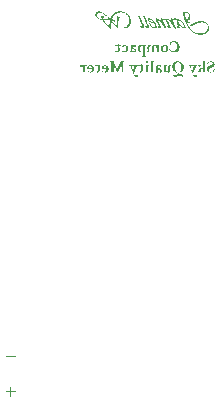
<source format=gbo>
%TF.GenerationSoftware,KiCad,Pcbnew,8.0.8*%
%TF.CreationDate,2025-01-23T20:15:16-05:00*%
%TF.ProjectId,compact_sqm,636f6d70-6163-4745-9f73-716d2e6b6963,rev?*%
%TF.SameCoordinates,Original*%
%TF.FileFunction,Legend,Bot*%
%TF.FilePolarity,Positive*%
%FSLAX46Y46*%
G04 Gerber Fmt 4.6, Leading zero omitted, Abs format (unit mm)*
G04 Created by KiCad (PCBNEW 8.0.8) date 2025-01-23 20:15:16*
%MOMM*%
%LPD*%
G01*
G04 APERTURE LIST*
%ADD10C,0.100000*%
%ADD11C,0.254000*%
%ADD12C,0.300000*%
G04 APERTURE END LIST*
D10*
X128491409Y-117042666D02*
X127729505Y-117042666D01*
X128466009Y-119989066D02*
X127704105Y-119989066D01*
X128085057Y-120370019D02*
X128085057Y-119608114D01*
D11*
G36*
X141683219Y-90413609D02*
G01*
X141652449Y-90381101D01*
X141621182Y-90359264D01*
X141603067Y-90366212D01*
X141596119Y-90408646D01*
X141582222Y-90622056D01*
X141580733Y-90649600D01*
X141603067Y-90676897D01*
X141626641Y-90653074D01*
X141648960Y-90603944D01*
X141676713Y-90556866D01*
X141707480Y-90512746D01*
X141729624Y-90484084D01*
X141763949Y-90447824D01*
X141807744Y-90417290D01*
X141856409Y-90398388D01*
X141909943Y-90391118D01*
X141916977Y-90391027D01*
X141966758Y-90395777D01*
X142015415Y-90411974D01*
X142057679Y-90439665D01*
X142093786Y-90477384D01*
X142121470Y-90519105D01*
X142144259Y-90567901D01*
X142146269Y-90573170D01*
X142161623Y-90623418D01*
X142171053Y-90672533D01*
X142176512Y-90725835D01*
X142178032Y-90775909D01*
X142175869Y-90837086D01*
X142169381Y-90894217D01*
X142158566Y-90947300D01*
X142143427Y-90996337D01*
X142119549Y-91049838D01*
X142089442Y-91097512D01*
X142054694Y-91138076D01*
X142016893Y-91170248D01*
X141968932Y-91197174D01*
X141916816Y-91212677D01*
X141868836Y-91216873D01*
X141816064Y-91210897D01*
X141764950Y-91192969D01*
X141715494Y-91163089D01*
X141675546Y-91129059D01*
X141636749Y-91086729D01*
X141606541Y-91046890D01*
X141578500Y-91026293D01*
X141556166Y-91048627D01*
X141574309Y-91095138D01*
X141608126Y-91137895D01*
X141646451Y-91177121D01*
X141666097Y-91195532D01*
X141709275Y-91229771D01*
X141756362Y-91256926D01*
X141807357Y-91276997D01*
X141862260Y-91289984D01*
X141921072Y-91295888D01*
X141941544Y-91296281D01*
X141994885Y-91294172D01*
X142045349Y-91287844D01*
X142104383Y-91274002D01*
X142158922Y-91253568D01*
X142208965Y-91226543D01*
X142254513Y-91192926D01*
X142287715Y-91161287D01*
X142324317Y-91117509D01*
X142354715Y-91070702D01*
X142378910Y-91020866D01*
X142396901Y-90968001D01*
X142408688Y-90912106D01*
X142414272Y-90853183D01*
X142414768Y-90828765D01*
X142411642Y-90768692D01*
X142402263Y-90711150D01*
X142386633Y-90656142D01*
X142364750Y-90603665D01*
X142336615Y-90553721D01*
X142302228Y-90506310D01*
X142286722Y-90488054D01*
X142245060Y-90446376D01*
X142200102Y-90411762D01*
X142151848Y-90384213D01*
X142100299Y-90363727D01*
X142045454Y-90350305D01*
X141987313Y-90343947D01*
X141963133Y-90343382D01*
X141911406Y-90345851D01*
X141859329Y-90353258D01*
X141806903Y-90365602D01*
X141754129Y-90382885D01*
X141701005Y-90405105D01*
X141683219Y-90413609D01*
G37*
G36*
X141170811Y-90662411D02*
G01*
X141227608Y-90671571D01*
X141280368Y-90689281D01*
X141329090Y-90715541D01*
X141373775Y-90750350D01*
X141401799Y-90779534D01*
X141433052Y-90824911D01*
X141454996Y-90875560D01*
X141467631Y-90931482D01*
X141471051Y-90983611D01*
X141469612Y-91018271D01*
X141460172Y-91074652D01*
X141441921Y-91125595D01*
X141414859Y-91171100D01*
X141378987Y-91211165D01*
X141355234Y-91231114D01*
X141310420Y-91259625D01*
X141261474Y-91279989D01*
X141208395Y-91292208D01*
X141151184Y-91296281D01*
X141097816Y-91292713D01*
X141048078Y-91282009D01*
X140994636Y-91260501D01*
X140946134Y-91229279D01*
X140908493Y-91194787D01*
X140886043Y-91168898D01*
X140853958Y-91121409D01*
X140831041Y-91071142D01*
X140817290Y-91018095D01*
X140816680Y-91010660D01*
X141005520Y-91010660D01*
X141005651Y-91023867D01*
X141009478Y-91079293D01*
X141019947Y-91133188D01*
X141039020Y-91183124D01*
X141050289Y-91201997D01*
X141087072Y-91236097D01*
X141138777Y-91248636D01*
X141178282Y-91240639D01*
X141218203Y-91209931D01*
X141245233Y-91166746D01*
X141247615Y-91161568D01*
X141265648Y-91110927D01*
X141276535Y-91059816D01*
X141282093Y-91010386D01*
X141283945Y-90956563D01*
X141283410Y-90927979D01*
X141279129Y-90875743D01*
X141269197Y-90824838D01*
X141249700Y-90773924D01*
X141240693Y-90758628D01*
X141202145Y-90721152D01*
X141152673Y-90708660D01*
X141104086Y-90721781D01*
X141067702Y-90756862D01*
X141043735Y-90801965D01*
X141027016Y-90849998D01*
X141015074Y-90900791D01*
X141007908Y-90954345D01*
X141005520Y-91010660D01*
X140816680Y-91010660D01*
X140812707Y-90962270D01*
X140814130Y-90929840D01*
X140823468Y-90876745D01*
X140841522Y-90828304D01*
X140868292Y-90784518D01*
X140903778Y-90745387D01*
X140933474Y-90721080D01*
X140979200Y-90693973D01*
X141029772Y-90674940D01*
X141085188Y-90663981D01*
X141136543Y-90661015D01*
X141170811Y-90662411D01*
G37*
G36*
X140466288Y-90770450D02*
G01*
X140428403Y-90733076D01*
X140387124Y-90701487D01*
X140364795Y-90688312D01*
X140316256Y-90668719D01*
X140266954Y-90661122D01*
X140260323Y-90661015D01*
X140209107Y-90667748D01*
X140180915Y-90676649D01*
X140137054Y-90702518D01*
X140098585Y-90738977D01*
X140089347Y-90749357D01*
X140048008Y-90717113D01*
X140002574Y-90690542D01*
X139986117Y-90683101D01*
X139935732Y-90667248D01*
X139884147Y-90661102D01*
X139877178Y-90661015D01*
X139827342Y-90665157D01*
X139777414Y-90681468D01*
X139736725Y-90713375D01*
X139709960Y-90760543D01*
X139697092Y-90810779D01*
X139692845Y-90864487D01*
X139692802Y-90870951D01*
X139696277Y-91110416D01*
X139695511Y-91160575D01*
X139691277Y-91211601D01*
X139686599Y-91227047D01*
X139641298Y-91247350D01*
X139633494Y-91248636D01*
X139609176Y-91263525D01*
X139637713Y-91280400D01*
X139651858Y-91280400D01*
X139705096Y-91280400D01*
X139758103Y-91280400D01*
X139779407Y-91280400D01*
X139829622Y-91280400D01*
X139870230Y-91280400D01*
X139907701Y-91280400D01*
X139942690Y-91264766D01*
X139919612Y-91248636D01*
X139871563Y-91235497D01*
X139870975Y-91234988D01*
X139858327Y-91184125D01*
X139857078Y-91170965D01*
X139854054Y-91118376D01*
X139852702Y-91064874D01*
X139852193Y-91014929D01*
X139852115Y-90983115D01*
X139852518Y-90927328D01*
X139853936Y-90875949D01*
X139857414Y-90826193D01*
X139858567Y-90817102D01*
X139872623Y-90769197D01*
X139887104Y-90748364D01*
X139932742Y-90725123D01*
X139942938Y-90724542D01*
X139992386Y-90737484D01*
X140003983Y-90744146D01*
X140043436Y-90776599D01*
X140067758Y-90803702D01*
X140076170Y-90856211D01*
X140081736Y-90908590D01*
X140085784Y-90967774D01*
X140087998Y-91022292D01*
X140089158Y-91081535D01*
X140089347Y-91119350D01*
X140087881Y-91171280D01*
X140079157Y-91221216D01*
X140076940Y-91225310D01*
X140030284Y-91247186D01*
X140019617Y-91248636D01*
X139993065Y-91263029D01*
X140026565Y-91280400D01*
X140077334Y-91280400D01*
X140080166Y-91280400D01*
X140131598Y-91280400D01*
X140170244Y-91280400D01*
X140223187Y-91280400D01*
X140273833Y-91280400D01*
X140277694Y-91280400D01*
X140302012Y-91280400D01*
X140332783Y-91264518D01*
X140302757Y-91248636D01*
X140259672Y-91222348D01*
X140252630Y-91203721D01*
X140246697Y-91149594D01*
X140244498Y-91099035D01*
X140243226Y-91045561D01*
X140242575Y-90995357D01*
X140242249Y-90938553D01*
X140242208Y-90907677D01*
X140243641Y-90854175D01*
X140249284Y-90802698D01*
X140260323Y-90763998D01*
X140296139Y-90728395D01*
X140319631Y-90724542D01*
X140368823Y-90735290D01*
X140409570Y-90767534D01*
X140432043Y-90800972D01*
X140450065Y-90848043D01*
X140461611Y-90903963D01*
X140468369Y-90962839D01*
X140471788Y-91019619D01*
X140473076Y-91070095D01*
X140473236Y-91097016D01*
X140472216Y-91148743D01*
X140467137Y-91201074D01*
X140460333Y-91223325D01*
X140416073Y-91248276D01*
X140411695Y-91248636D01*
X140385143Y-91262781D01*
X140413680Y-91280400D01*
X140433284Y-91280400D01*
X140486416Y-91280400D01*
X140536395Y-91280400D01*
X140557608Y-91280400D01*
X140611243Y-91280400D01*
X140661204Y-91280400D01*
X140678457Y-91280400D01*
X140703520Y-91280400D01*
X140726598Y-91264518D01*
X140700791Y-91248636D01*
X140652099Y-91236558D01*
X140649175Y-91233499D01*
X140636847Y-91184862D01*
X140634534Y-91161039D01*
X140631709Y-91107720D01*
X140630391Y-91053398D01*
X140629746Y-90995129D01*
X140629571Y-90937207D01*
X140629726Y-90885662D01*
X140630378Y-90832860D01*
X140632407Y-90780843D01*
X140632797Y-90776405D01*
X140652053Y-90730121D01*
X140655627Y-90726775D01*
X140704041Y-90708946D01*
X140710469Y-90708660D01*
X140739006Y-90693027D01*
X140710469Y-90676897D01*
X140657644Y-90673093D01*
X140605528Y-90668393D01*
X140601034Y-90667963D01*
X140549260Y-90663729D01*
X140499393Y-90661348D01*
X140475222Y-90661015D01*
X140467321Y-90712013D01*
X140467033Y-90728760D01*
X140466288Y-90770450D01*
G37*
G36*
X139579149Y-90678386D02*
G01*
X139552597Y-90695756D01*
X139546249Y-90696556D01*
X139501975Y-90719579D01*
X139488932Y-90757502D01*
X139485845Y-90808169D01*
X139481626Y-91043664D01*
X139481676Y-91096209D01*
X139481824Y-91145960D01*
X139482232Y-91215349D01*
X139482862Y-91278452D01*
X139483715Y-91335270D01*
X139484790Y-91385802D01*
X139486570Y-91443400D01*
X139489351Y-91499683D01*
X139494282Y-91549147D01*
X139497058Y-91562463D01*
X139521892Y-91608862D01*
X139570216Y-91629796D01*
X139609176Y-91646422D01*
X139572946Y-91661559D01*
X139536716Y-91661559D01*
X139488628Y-91661559D01*
X139436711Y-91661559D01*
X139400984Y-91661559D01*
X139348157Y-91661559D01*
X139294521Y-91661559D01*
X139287348Y-91661559D01*
X139236453Y-91661559D01*
X139203697Y-91645677D01*
X139228016Y-91629796D01*
X139276762Y-91618858D01*
X139310402Y-91579669D01*
X139311349Y-91576475D01*
X139318516Y-91526831D01*
X139321941Y-91472840D01*
X139323970Y-91415080D01*
X139325051Y-91360514D01*
X139325652Y-91298519D01*
X139325787Y-91247147D01*
X139294813Y-91265060D01*
X139248364Y-91283874D01*
X139215613Y-91291907D01*
X139165978Y-91296281D01*
X139143922Y-91295446D01*
X139094611Y-91287000D01*
X139041949Y-91266209D01*
X138999101Y-91238272D01*
X138959269Y-91201239D01*
X138938738Y-91176936D01*
X138909397Y-91131793D01*
X138888438Y-91083325D01*
X138875863Y-91031532D01*
X138873540Y-91000982D01*
X139068455Y-91000982D01*
X139068975Y-91030915D01*
X139073131Y-91085012D01*
X139082776Y-91136676D01*
X139101707Y-91186599D01*
X139110478Y-91201139D01*
X139149358Y-91236762D01*
X139200968Y-91248636D01*
X139209018Y-91248458D01*
X139257608Y-91237221D01*
X139296506Y-91202976D01*
X139305156Y-91186752D01*
X139319025Y-91137837D01*
X139325095Y-91084293D01*
X139326532Y-91034234D01*
X139326411Y-91015152D01*
X139324593Y-90961557D01*
X139319716Y-90905954D01*
X139310508Y-90851539D01*
X139295513Y-90801965D01*
X139285075Y-90779660D01*
X139250959Y-90739361D01*
X139202953Y-90724542D01*
X139177869Y-90728021D01*
X139134185Y-90755855D01*
X139105926Y-90797250D01*
X139089532Y-90837156D01*
X139076689Y-90890837D01*
X139070248Y-90946365D01*
X139068455Y-91000982D01*
X138873540Y-91000982D01*
X138871672Y-90976415D01*
X138873052Y-90942635D01*
X138882110Y-90887253D01*
X138899624Y-90836621D01*
X138925591Y-90790738D01*
X138960013Y-90749605D01*
X138999017Y-90715086D01*
X139044727Y-90686018D01*
X139091647Y-90668023D01*
X139145878Y-90661015D01*
X139186448Y-90665100D01*
X139235957Y-90682356D01*
X139279712Y-90710860D01*
X139316110Y-90746131D01*
X139314621Y-90726527D01*
X139316110Y-90661015D01*
X139336753Y-90661015D01*
X139393017Y-90661015D01*
X139443699Y-90661015D01*
X139495734Y-90661015D01*
X139549123Y-90661015D01*
X139579149Y-90678386D01*
G37*
G36*
X138507262Y-90661318D02*
G01*
X138560483Y-90665866D01*
X138614368Y-90677319D01*
X138662729Y-90695508D01*
X138687522Y-90709691D01*
X138723644Y-90748979D01*
X138735685Y-90799980D01*
X138735607Y-90803985D01*
X138715585Y-90850106D01*
X138714305Y-90851175D01*
X138666699Y-90867477D01*
X138638757Y-90863570D01*
X138598262Y-90832317D01*
X138580839Y-90785835D01*
X138578265Y-90773657D01*
X138558505Y-90726527D01*
X138556596Y-90724364D01*
X138508875Y-90708660D01*
X138489737Y-90710366D01*
X138445349Y-90735957D01*
X138431286Y-90758977D01*
X138422271Y-90808665D01*
X138423232Y-90828439D01*
X138437656Y-90876410D01*
X138440606Y-90881189D01*
X138475871Y-90916362D01*
X138518346Y-90936157D01*
X138565454Y-90953833D01*
X138584608Y-90960964D01*
X138633695Y-90980820D01*
X138679603Y-91003711D01*
X138705786Y-91023272D01*
X138737422Y-91062027D01*
X138753368Y-91096978D01*
X138760748Y-91147639D01*
X138760408Y-91159107D01*
X138749823Y-91208301D01*
X138722037Y-91253103D01*
X138709146Y-91265542D01*
X138664607Y-91289155D01*
X138612106Y-91296281D01*
X138573165Y-91293241D01*
X138523516Y-91280400D01*
X138479780Y-91260796D01*
X138436415Y-91233251D01*
X138436184Y-91235387D01*
X138415074Y-91281888D01*
X138399214Y-91290083D01*
X138349066Y-91296281D01*
X138343004Y-91296226D01*
X138291296Y-91291806D01*
X138241369Y-91282137D01*
X138217496Y-91276294D01*
X138169653Y-91259307D01*
X138157742Y-91236973D01*
X138186279Y-91216873D01*
X138205139Y-91218362D01*
X138216306Y-91219106D01*
X138219825Y-91218964D01*
X138253776Y-91182628D01*
X138255328Y-91174979D01*
X138260290Y-91123134D01*
X138262046Y-91069440D01*
X138262205Y-91049619D01*
X138423015Y-91049619D01*
X138424689Y-91091392D01*
X138434086Y-91145087D01*
X138458004Y-91192306D01*
X138484863Y-91216954D01*
X138533194Y-91232755D01*
X138540553Y-91232324D01*
X138583817Y-91205210D01*
X138597896Y-91176216D01*
X138604413Y-91124561D01*
X138602499Y-91095665D01*
X138584809Y-91048130D01*
X138550786Y-91016942D01*
X138507386Y-90989319D01*
X138466337Y-90964019D01*
X138427234Y-90931003D01*
X138426480Y-90946804D01*
X138424350Y-90996455D01*
X138423015Y-91049619D01*
X138262205Y-91049619D01*
X138262462Y-91017608D01*
X138261221Y-90854821D01*
X138261236Y-90850299D01*
X138264166Y-90798394D01*
X138276606Y-90747620D01*
X138303895Y-90713352D01*
X138346585Y-90687071D01*
X138388100Y-90672237D01*
X138437239Y-90663560D01*
X138488527Y-90661015D01*
X138507262Y-90661318D01*
G37*
G36*
X138077093Y-90982867D02*
G01*
X138072794Y-90926613D01*
X138059899Y-90874016D01*
X138038406Y-90825076D01*
X138008316Y-90779794D01*
X137987262Y-90755561D01*
X137945644Y-90718721D01*
X137899609Y-90690930D01*
X137849156Y-90672187D01*
X137794286Y-90662493D01*
X137760949Y-90661015D01*
X137707199Y-90665280D01*
X137657617Y-90678076D01*
X137612204Y-90699401D01*
X137603621Y-90704690D01*
X137564910Y-90736451D01*
X137538882Y-90782388D01*
X137535628Y-90807672D01*
X137550291Y-90856536D01*
X137556225Y-90863258D01*
X137602319Y-90883182D01*
X137608088Y-90883358D01*
X137656863Y-90864329D01*
X137685047Y-90821703D01*
X137693948Y-90796754D01*
X137711500Y-90749886D01*
X137724719Y-90729009D01*
X137770811Y-90708740D01*
X137774845Y-90708660D01*
X137825096Y-90723177D01*
X137859360Y-90763155D01*
X137861202Y-90766727D01*
X137878743Y-90818292D01*
X137886586Y-90867729D01*
X137889734Y-90919418D01*
X137889987Y-90940681D01*
X137887719Y-90996319D01*
X137880915Y-91046852D01*
X137867585Y-91098351D01*
X137845507Y-91148316D01*
X137842591Y-91153346D01*
X137810229Y-91195222D01*
X137768306Y-91223371D01*
X137719756Y-91232755D01*
X137667915Y-91223215D01*
X137625458Y-91194596D01*
X137595594Y-91153139D01*
X137578062Y-91112153D01*
X137546795Y-91073938D01*
X137527191Y-91094783D01*
X137537389Y-91145617D01*
X137561948Y-91191189D01*
X137588981Y-91225806D01*
X137628566Y-91259874D01*
X137677809Y-91282792D01*
X137729688Y-91293804D01*
X137773605Y-91296281D01*
X137830061Y-91292042D01*
X137881743Y-91279325D01*
X137928652Y-91258129D01*
X137970788Y-91228455D01*
X137992722Y-91207691D01*
X138025597Y-91166653D01*
X138050397Y-91121056D01*
X138067123Y-91070898D01*
X138075775Y-91016181D01*
X138077093Y-90982867D01*
G37*
G36*
X137156454Y-90679130D02*
G01*
X137106516Y-90677527D01*
X137052276Y-90676951D01*
X137025927Y-90676897D01*
X136975802Y-90680615D01*
X136960167Y-90684093D01*
X136972322Y-90732463D01*
X136978778Y-90742409D01*
X137032878Y-90748185D01*
X137089937Y-90752163D01*
X137146003Y-90755676D01*
X137156454Y-90756305D01*
X137163898Y-91064012D01*
X137162663Y-91114685D01*
X137157446Y-91160295D01*
X137133950Y-91205088D01*
X137126924Y-91211910D01*
X137081371Y-91231757D01*
X137065631Y-91232755D01*
X137014740Y-91221898D01*
X136974063Y-91204962D01*
X136958678Y-91200991D01*
X136945526Y-91213895D01*
X136980058Y-91250918D01*
X137002104Y-91264270D01*
X137051268Y-91284996D01*
X137102322Y-91294749D01*
X137134617Y-91296281D01*
X137187135Y-91292016D01*
X137236173Y-91277472D01*
X137276062Y-91252607D01*
X137305308Y-91210886D01*
X137320206Y-91159608D01*
X137326176Y-91109059D01*
X137327430Y-91067238D01*
X137327229Y-91008825D01*
X137326627Y-90950464D01*
X137325624Y-90892155D01*
X137324219Y-90833899D01*
X137322413Y-90775695D01*
X137321722Y-90756305D01*
X137374390Y-90755640D01*
X137419494Y-90752831D01*
X137448031Y-90731490D01*
X137415275Y-90708164D01*
X137364743Y-90692579D01*
X137318799Y-90669213D01*
X137299140Y-90655804D01*
X137262744Y-90620861D01*
X137233120Y-90577795D01*
X137211543Y-90534707D01*
X137191691Y-90493514D01*
X137176554Y-90486317D01*
X137156454Y-90519321D01*
X137156454Y-90679130D01*
G37*
G36*
X144851857Y-92095178D02*
G01*
X144833742Y-92070114D01*
X144810167Y-92050262D01*
X144787089Y-92079792D01*
X144762522Y-92263920D01*
X144759793Y-92286254D01*
X144778652Y-92304369D01*
X144799000Y-92297917D01*
X144822575Y-92255731D01*
X144850608Y-92211878D01*
X144885992Y-92174745D01*
X144921835Y-92146545D01*
X144965024Y-92120896D01*
X145012700Y-92103654D01*
X145060551Y-92097907D01*
X145111867Y-92104378D01*
X145158795Y-92125820D01*
X145173460Y-92137115D01*
X145205699Y-92178111D01*
X145218200Y-92228049D01*
X145218375Y-92235383D01*
X145205106Y-92285598D01*
X145176438Y-92320747D01*
X145134097Y-92349257D01*
X145088051Y-92370685D01*
X145036839Y-92389766D01*
X145015140Y-92396929D01*
X144959691Y-92416238D01*
X144910131Y-92436323D01*
X144858433Y-92461448D01*
X144815214Y-92487690D01*
X144775509Y-92519717D01*
X144762026Y-92533908D01*
X144730238Y-92578235D01*
X144708853Y-92625231D01*
X144697872Y-92674897D01*
X144696266Y-92703643D01*
X144700074Y-92754949D01*
X144713238Y-92806247D01*
X144735804Y-92851534D01*
X144744407Y-92863949D01*
X144779733Y-92905221D01*
X144819516Y-92939984D01*
X144859549Y-92965939D01*
X144910069Y-92987131D01*
X144963732Y-92998763D01*
X145018327Y-93003016D01*
X145031270Y-93003161D01*
X145083972Y-93000074D01*
X145134355Y-92991678D01*
X145154104Y-92987031D01*
X145202307Y-92972480D01*
X145251627Y-92953391D01*
X145285128Y-92938146D01*
X145308950Y-92976857D01*
X145336991Y-93003161D01*
X145357836Y-92965442D01*
X145378184Y-92711088D01*
X145379673Y-92689995D01*
X145358580Y-92669647D01*
X145329299Y-92705380D01*
X145306050Y-92756747D01*
X145278986Y-92803648D01*
X145248107Y-92846082D01*
X145213412Y-92884049D01*
X145170610Y-92918596D01*
X145123999Y-92941837D01*
X145073581Y-92953771D01*
X145043925Y-92955516D01*
X144991038Y-92949681D01*
X144941904Y-92930005D01*
X144910916Y-92906134D01*
X144880068Y-92867213D01*
X144862073Y-92817042D01*
X144860294Y-92793970D01*
X144869271Y-92742958D01*
X144896202Y-92699355D01*
X144907194Y-92688258D01*
X144948123Y-92659213D01*
X144994784Y-92636146D01*
X145046213Y-92616170D01*
X145075440Y-92606368D01*
X145124124Y-92589719D01*
X145172695Y-92571127D01*
X145218329Y-92550767D01*
X145250883Y-92533164D01*
X145290816Y-92503258D01*
X145324258Y-92466023D01*
X145342947Y-92437129D01*
X145363966Y-92391101D01*
X145375789Y-92340686D01*
X145377440Y-92313302D01*
X145372151Y-92260524D01*
X145356285Y-92211870D01*
X145329841Y-92167343D01*
X145292820Y-92126941D01*
X145252770Y-92097063D01*
X145206877Y-92074524D01*
X145155142Y-92059323D01*
X145097565Y-92051460D01*
X145062040Y-92050262D01*
X145007607Y-92054649D01*
X144956697Y-92064474D01*
X144906782Y-92077676D01*
X144851857Y-92095178D01*
G37*
G36*
X144364240Y-92034381D02*
G01*
X144364240Y-92669647D01*
X144323284Y-92639996D01*
X144283449Y-92605532D01*
X144243163Y-92566930D01*
X144238428Y-92562197D01*
X144201482Y-92522562D01*
X144171029Y-92480157D01*
X144161998Y-92451770D01*
X144201983Y-92419818D01*
X144227509Y-92415540D01*
X144261010Y-92397922D01*
X144233217Y-92383777D01*
X144196242Y-92383777D01*
X144146188Y-92383777D01*
X144094997Y-92383777D01*
X144044402Y-92383777D01*
X144032215Y-92383777D01*
X143982146Y-92383777D01*
X143971418Y-92383777D01*
X143946355Y-92402885D01*
X143988788Y-92425714D01*
X144036515Y-92441143D01*
X144057278Y-92454748D01*
X144095431Y-92486697D01*
X144134379Y-92523163D01*
X144144379Y-92532916D01*
X144181223Y-92568143D01*
X144192520Y-92577831D01*
X144149218Y-92608105D01*
X144113567Y-92642738D01*
X144108645Y-92648306D01*
X144081548Y-92690498D01*
X144059422Y-92741595D01*
X144042240Y-92791650D01*
X144029981Y-92832930D01*
X144015976Y-92881835D01*
X144003926Y-92914323D01*
X143971418Y-92944101D01*
X143921630Y-92954888D01*
X143906650Y-92955516D01*
X143886302Y-92971894D01*
X143909380Y-92987280D01*
X143922532Y-92987280D01*
X143972239Y-92987280D01*
X144022356Y-92987280D01*
X144041893Y-92987280D01*
X144093940Y-92987280D01*
X144141649Y-92987280D01*
X144170993Y-92943481D01*
X144186568Y-92895487D01*
X144190535Y-92876604D01*
X144201529Y-92824212D01*
X144217153Y-92775211D01*
X144236939Y-92740618D01*
X144276852Y-92707056D01*
X144319077Y-92686273D01*
X144355243Y-92721103D01*
X144364240Y-92728955D01*
X144363502Y-92782543D01*
X144361897Y-92836214D01*
X144358536Y-92889725D01*
X144350096Y-92932686D01*
X144304091Y-92955020D01*
X144299473Y-92955516D01*
X144266717Y-92972887D01*
X144296743Y-92987280D01*
X144321062Y-92987280D01*
X144370696Y-92987280D01*
X144421200Y-92987280D01*
X144425037Y-92987280D01*
X144478080Y-92987280D01*
X144527876Y-92987280D01*
X144546383Y-92987280D01*
X144583357Y-92987280D01*
X144616858Y-92971646D01*
X144589561Y-92955516D01*
X144541902Y-92937817D01*
X144529757Y-92914819D01*
X144526544Y-92863116D01*
X144525380Y-92807360D01*
X144524915Y-92753573D01*
X144524794Y-92700914D01*
X144529757Y-92213297D01*
X144532702Y-92161878D01*
X144545142Y-92123963D01*
X144590513Y-92099233D01*
X144597254Y-92097907D01*
X144628025Y-92081529D01*
X144595269Y-92066144D01*
X144545283Y-92061486D01*
X144494988Y-92055545D01*
X144444384Y-92048322D01*
X144393472Y-92039817D01*
X144364240Y-92034381D01*
G37*
G36*
X143473379Y-92834170D02*
G01*
X143416056Y-92673617D01*
X143400202Y-92624140D01*
X143385851Y-92574488D01*
X143373960Y-92523422D01*
X143369404Y-92483534D01*
X143387893Y-92435053D01*
X143434916Y-92415540D01*
X143464198Y-92399410D01*
X143435660Y-92383777D01*
X143395212Y-92383777D01*
X143345210Y-92383777D01*
X143322504Y-92383777D01*
X143271807Y-92383777D01*
X143255007Y-92383777D01*
X143216543Y-92383777D01*
X143183043Y-92401147D01*
X143204632Y-92415540D01*
X143251470Y-92437502D01*
X143284288Y-92474600D01*
X143305992Y-92521409D01*
X143324365Y-92567781D01*
X143342741Y-92616900D01*
X143363904Y-92675542D01*
X143382841Y-92729313D01*
X143392978Y-92758485D01*
X143412741Y-92814972D01*
X143431457Y-92867835D01*
X143449126Y-92917072D01*
X143471057Y-92977084D01*
X143491126Y-93030652D01*
X143509334Y-93077775D01*
X143529477Y-93127617D01*
X143549810Y-93174137D01*
X143574671Y-93222852D01*
X143604235Y-93268647D01*
X143639063Y-93308341D01*
X143657259Y-93323772D01*
X143702519Y-93350991D01*
X143750083Y-93365647D01*
X143783071Y-93368439D01*
X143833645Y-93361896D01*
X143877120Y-93338661D01*
X143905299Y-93297263D01*
X143910869Y-93261982D01*
X143894979Y-93214916D01*
X143886798Y-93204660D01*
X143842317Y-93179534D01*
X143823768Y-93177859D01*
X143774873Y-93194108D01*
X143747637Y-93238593D01*
X143744112Y-93251808D01*
X143716319Y-93289031D01*
X143670125Y-93267548D01*
X143637633Y-93229356D01*
X143614081Y-93191259D01*
X143590088Y-93145786D01*
X143569736Y-93098540D01*
X143559239Y-93050310D01*
X143571565Y-93001220D01*
X143590332Y-92950620D01*
X143602914Y-92919286D01*
X143623458Y-92869478D01*
X143643355Y-92821984D01*
X143665363Y-92770059D01*
X143685315Y-92723402D01*
X143706734Y-92673668D01*
X143720289Y-92642350D01*
X143741947Y-92592768D01*
X143764513Y-92542611D01*
X143786121Y-92496972D01*
X143809808Y-92453277D01*
X143814090Y-92447304D01*
X143854205Y-92417448D01*
X143860743Y-92415540D01*
X143888039Y-92399907D01*
X143852554Y-92383777D01*
X143801838Y-92383777D01*
X143795975Y-92383777D01*
X143745065Y-92383777D01*
X143720537Y-92383777D01*
X143670391Y-92383777D01*
X143616872Y-92383777D01*
X143587032Y-92383777D01*
X143557254Y-92383777D01*
X143529213Y-92397673D01*
X143562713Y-92415540D01*
X143597703Y-92436633D01*
X143610110Y-92468148D01*
X143596988Y-92518152D01*
X143579540Y-92569488D01*
X143572888Y-92588253D01*
X143555319Y-92635644D01*
X143535398Y-92686621D01*
X143516453Y-92733169D01*
X143495780Y-92782353D01*
X143473379Y-92834170D01*
G37*
G36*
X142316730Y-92051530D02*
G01*
X142377344Y-92059273D01*
X142435183Y-92074057D01*
X142490248Y-92095880D01*
X142542537Y-92124744D01*
X142592053Y-92160647D01*
X142629667Y-92194438D01*
X142655920Y-92221990D01*
X142693938Y-92270217D01*
X142724782Y-92321328D01*
X142748453Y-92375322D01*
X142764952Y-92432201D01*
X142774277Y-92491963D01*
X142776572Y-92541849D01*
X142775591Y-92575183D01*
X142769153Y-92631520D01*
X142756707Y-92685316D01*
X142738253Y-92736571D01*
X142713790Y-92785285D01*
X142697474Y-92811500D01*
X142665936Y-92853364D01*
X142630597Y-92890122D01*
X142591459Y-92921774D01*
X142548521Y-92948320D01*
X142542097Y-92951694D01*
X142496906Y-92972313D01*
X142444794Y-92989451D01*
X142392186Y-92999734D01*
X142339082Y-93003161D01*
X142333248Y-93003101D01*
X142281896Y-92998293D01*
X142230144Y-92987776D01*
X142262435Y-93004309D01*
X142310421Y-93027108D01*
X142356711Y-93048319D01*
X142402030Y-93068687D01*
X142453480Y-93091503D01*
X142486354Y-93105584D01*
X142531688Y-93126587D01*
X142584711Y-93154366D01*
X142629250Y-93181890D01*
X142672994Y-93215934D01*
X142707989Y-93256259D01*
X142724957Y-93309131D01*
X142705105Y-93351068D01*
X142703855Y-93352137D01*
X142655971Y-93368439D01*
X142651671Y-93368370D01*
X142604852Y-93350820D01*
X142595434Y-93335071D01*
X142586737Y-93284812D01*
X142585000Y-93262106D01*
X142567877Y-93214834D01*
X142561988Y-93208757D01*
X142514277Y-93193741D01*
X142495854Y-93195607D01*
X142449013Y-93212849D01*
X142405634Y-93237194D01*
X142361679Y-93263657D01*
X142318734Y-93290272D01*
X142279517Y-93312790D01*
X142233128Y-93334775D01*
X142179934Y-93353477D01*
X142127738Y-93364699D01*
X142076539Y-93368439D01*
X142061437Y-93368103D01*
X142011102Y-93361628D01*
X141958374Y-93344137D01*
X141910764Y-93315883D01*
X141873303Y-93282331D01*
X141849855Y-93256979D01*
X141817663Y-93219193D01*
X141791910Y-93173889D01*
X141817718Y-93146096D01*
X141844766Y-93163963D01*
X141880331Y-93204791D01*
X141924939Y-93232237D01*
X141975293Y-93241386D01*
X142018471Y-93235927D01*
X142050977Y-93220755D01*
X142096887Y-93196471D01*
X142138918Y-93174044D01*
X142184040Y-93151681D01*
X142233370Y-93130959D01*
X142274293Y-93119593D01*
X142325930Y-93114333D01*
X142326987Y-93114336D01*
X142376801Y-93118055D01*
X142176295Y-93021028D01*
X142148022Y-93006750D01*
X142099634Y-92979827D01*
X142054465Y-92951334D01*
X142012516Y-92921271D01*
X142003612Y-92914349D01*
X141961858Y-92878663D01*
X141924708Y-92841184D01*
X141892163Y-92801911D01*
X141864091Y-92760796D01*
X141838585Y-92713387D01*
X141818710Y-92663691D01*
X141805624Y-92616867D01*
X141796827Y-92563961D01*
X141794805Y-92526464D01*
X142031127Y-92526464D01*
X142031201Y-92540456D01*
X142032975Y-92594002D01*
X142038518Y-92655483D01*
X142047757Y-92710905D01*
X142060692Y-92760268D01*
X142081092Y-92811507D01*
X142106813Y-92854023D01*
X142111570Y-92860267D01*
X142146347Y-92898426D01*
X142189261Y-92930143D01*
X142235557Y-92949173D01*
X142285234Y-92955516D01*
X142292430Y-92955406D01*
X142346690Y-92946624D01*
X142395056Y-92923790D01*
X142437529Y-92886905D01*
X142469858Y-92843104D01*
X142489660Y-92805668D01*
X142508993Y-92754859D01*
X142523492Y-92697629D01*
X142531883Y-92645033D01*
X142536917Y-92587978D01*
X142538595Y-92526464D01*
X142538525Y-92513274D01*
X142536845Y-92462562D01*
X142531592Y-92403774D01*
X142522838Y-92350100D01*
X142510582Y-92301538D01*
X142491252Y-92250014D01*
X142466880Y-92205853D01*
X142462345Y-92199212D01*
X142428541Y-92158627D01*
X142385486Y-92124894D01*
X142337717Y-92104654D01*
X142285234Y-92097907D01*
X142278370Y-92098012D01*
X142226180Y-92106426D01*
X142178830Y-92128302D01*
X142136319Y-92163641D01*
X142103091Y-92205605D01*
X142098663Y-92212439D01*
X142075050Y-92257769D01*
X142056497Y-92310515D01*
X142044901Y-92360134D01*
X142036820Y-92414903D01*
X142032252Y-92474821D01*
X142031127Y-92526464D01*
X141794805Y-92526464D01*
X141793895Y-92509589D01*
X141794401Y-92486164D01*
X141800094Y-92429451D01*
X141812111Y-92375379D01*
X141830453Y-92323948D01*
X141855120Y-92275159D01*
X141886113Y-92229011D01*
X141923430Y-92185504D01*
X141966201Y-92146543D01*
X142013709Y-92114185D01*
X142065955Y-92088431D01*
X142122939Y-92069281D01*
X142171937Y-92058715D01*
X142223967Y-92052375D01*
X142279030Y-92050262D01*
X142316730Y-92051530D01*
G37*
G36*
X141475518Y-92383777D02*
G01*
X141473686Y-92435050D01*
X141472617Y-92490105D01*
X141472128Y-92546129D01*
X141472044Y-92584531D01*
X141471959Y-92641398D01*
X141471704Y-92691493D01*
X141471175Y-92742665D01*
X141470089Y-92795723D01*
X141468569Y-92831441D01*
X141459065Y-92881161D01*
X141441025Y-92912586D01*
X141397487Y-92938684D01*
X141386183Y-92939635D01*
X141335898Y-92926146D01*
X141312731Y-92911097D01*
X141276858Y-92873217D01*
X141257641Y-92836156D01*
X141245428Y-92784512D01*
X141240891Y-92733840D01*
X141239774Y-92685032D01*
X141238286Y-92522741D01*
X141239758Y-92471906D01*
X141244986Y-92437626D01*
X141289901Y-92415540D01*
X141331838Y-92398170D01*
X141321664Y-92386258D01*
X141270978Y-92383779D01*
X141268312Y-92383777D01*
X141214775Y-92383777D01*
X141163318Y-92383777D01*
X141108584Y-92383777D01*
X141087410Y-92383777D01*
X141085747Y-92439657D01*
X141085203Y-92493874D01*
X141084896Y-92552437D01*
X141084747Y-92608046D01*
X141084683Y-92671441D01*
X141084680Y-92688506D01*
X141084614Y-92741052D01*
X141084347Y-92797836D01*
X141083753Y-92852925D01*
X141082501Y-92904230D01*
X141080462Y-92931694D01*
X141035050Y-92955516D01*
X141010731Y-92971398D01*
X141038772Y-92987280D01*
X141056143Y-92987280D01*
X141102051Y-92987280D01*
X141152069Y-92987280D01*
X141202238Y-92987280D01*
X141204785Y-92987280D01*
X141223645Y-92987280D01*
X141240023Y-92983061D01*
X141243249Y-92957998D01*
X141240457Y-92906724D01*
X141238286Y-92889508D01*
X141275124Y-92928150D01*
X141316687Y-92961033D01*
X141339779Y-92974872D01*
X141387508Y-92994210D01*
X141437326Y-93002719D01*
X141451943Y-93003161D01*
X141503201Y-92998139D01*
X141553242Y-92978853D01*
X141590773Y-92945102D01*
X141615793Y-92896887D01*
X141627087Y-92845659D01*
X141629867Y-92797444D01*
X141629867Y-92575101D01*
X141630379Y-92523594D01*
X141632754Y-92472171D01*
X141638056Y-92440355D01*
X141679994Y-92415540D01*
X141710765Y-92399907D01*
X141683468Y-92383777D01*
X141629057Y-92383777D01*
X141574479Y-92383777D01*
X141519894Y-92383777D01*
X141475518Y-92383777D01*
G37*
G36*
X140659722Y-92368198D02*
G01*
X140712943Y-92372746D01*
X140766828Y-92384199D01*
X140815189Y-92402388D01*
X140839982Y-92416571D01*
X140876104Y-92455859D01*
X140888145Y-92506860D01*
X140888066Y-92510865D01*
X140868045Y-92556986D01*
X140866765Y-92558055D01*
X140819159Y-92574357D01*
X140791217Y-92570450D01*
X140750722Y-92539197D01*
X140733299Y-92492715D01*
X140730725Y-92480537D01*
X140710965Y-92433407D01*
X140709056Y-92431244D01*
X140661335Y-92415540D01*
X140642197Y-92417246D01*
X140597809Y-92442837D01*
X140583745Y-92465857D01*
X140574731Y-92515545D01*
X140575692Y-92535319D01*
X140590116Y-92583290D01*
X140593066Y-92588069D01*
X140628331Y-92623242D01*
X140670806Y-92643037D01*
X140717913Y-92660713D01*
X140737068Y-92667844D01*
X140786155Y-92687700D01*
X140832063Y-92710591D01*
X140858245Y-92730152D01*
X140889882Y-92768907D01*
X140905828Y-92803858D01*
X140913208Y-92854519D01*
X140912868Y-92865987D01*
X140902283Y-92915181D01*
X140874497Y-92959983D01*
X140861606Y-92972422D01*
X140817066Y-92996035D01*
X140764566Y-93003161D01*
X140725625Y-93000121D01*
X140675976Y-92987280D01*
X140632239Y-92967676D01*
X140588875Y-92940131D01*
X140588644Y-92942267D01*
X140567534Y-92988768D01*
X140551673Y-92996963D01*
X140501526Y-93003161D01*
X140495464Y-93003106D01*
X140443755Y-92998686D01*
X140393829Y-92989017D01*
X140369956Y-92983174D01*
X140322113Y-92966187D01*
X140310202Y-92943853D01*
X140338739Y-92923753D01*
X140357599Y-92925242D01*
X140368765Y-92925986D01*
X140372285Y-92925844D01*
X140406236Y-92889508D01*
X140407788Y-92881859D01*
X140412750Y-92830014D01*
X140414506Y-92776320D01*
X140414665Y-92756499D01*
X140575475Y-92756499D01*
X140577149Y-92798272D01*
X140586546Y-92851967D01*
X140610464Y-92899186D01*
X140637323Y-92923834D01*
X140685654Y-92939635D01*
X140693013Y-92939204D01*
X140736277Y-92912090D01*
X140750356Y-92883096D01*
X140756873Y-92831441D01*
X140754959Y-92802545D01*
X140737269Y-92755010D01*
X140703245Y-92723822D01*
X140659846Y-92696199D01*
X140618797Y-92670899D01*
X140579694Y-92637883D01*
X140578940Y-92653684D01*
X140576810Y-92703335D01*
X140575475Y-92756499D01*
X140414665Y-92756499D01*
X140414921Y-92724488D01*
X140413681Y-92561701D01*
X140413696Y-92557179D01*
X140416626Y-92505274D01*
X140429066Y-92454500D01*
X140456355Y-92420232D01*
X140499045Y-92393951D01*
X140540560Y-92379117D01*
X140589699Y-92370440D01*
X140640987Y-92367895D01*
X140659722Y-92368198D01*
G37*
G36*
X139997036Y-92034381D02*
G01*
X139995050Y-92620761D01*
X139994795Y-92671191D01*
X139994095Y-92731463D01*
X139992985Y-92783770D01*
X139991018Y-92837955D01*
X139987186Y-92892908D01*
X139980410Y-92927723D01*
X139936996Y-92954314D01*
X139924576Y-92955516D01*
X139876120Y-92968243D01*
X139875690Y-92970653D01*
X139905716Y-92987280D01*
X139930035Y-92987280D01*
X139980251Y-92987280D01*
X140033312Y-92987280D01*
X140061307Y-92987280D01*
X140115134Y-92987280D01*
X140164997Y-92987280D01*
X140214168Y-92987280D01*
X140239231Y-92987280D01*
X140270746Y-92971894D01*
X140235260Y-92955516D01*
X140186518Y-92945498D01*
X140179178Y-92941372D01*
X140157589Y-92907623D01*
X140154177Y-92857838D01*
X140153619Y-92806378D01*
X140156348Y-92526960D01*
X140154115Y-92305361D01*
X140154744Y-92250284D01*
X140157005Y-92200018D01*
X140163478Y-92149977D01*
X140167267Y-92138108D01*
X140208820Y-92106418D01*
X140243449Y-92097907D01*
X140281913Y-92081529D01*
X140273227Y-92071107D01*
X140230297Y-92066144D01*
X140178471Y-92061776D01*
X140122725Y-92055754D01*
X140072062Y-92048735D01*
X140020385Y-92039491D01*
X139997036Y-92034381D01*
G37*
G36*
X139570961Y-92129671D02*
G01*
X139585036Y-92178197D01*
X139600739Y-92196919D01*
X139644520Y-92221647D01*
X139671462Y-92224960D01*
X139721054Y-92212884D01*
X139742681Y-92196919D01*
X139769103Y-92152978D01*
X139771963Y-92129671D01*
X139758123Y-92080707D01*
X139742681Y-92062174D01*
X139698798Y-92037665D01*
X139671462Y-92034381D01*
X139622419Y-92046350D01*
X139600739Y-92062174D01*
X139573869Y-92106019D01*
X139570961Y-92129671D01*
G37*
G36*
X139561035Y-92367895D02*
G01*
X139559971Y-92418646D01*
X139559267Y-92473980D01*
X139558828Y-92528435D01*
X139558521Y-92590475D01*
X139558372Y-92645569D01*
X139558308Y-92705516D01*
X139558305Y-92721262D01*
X139560290Y-92873378D01*
X139552599Y-92923731D01*
X139545401Y-92934920D01*
X139498374Y-92955196D01*
X139496267Y-92955516D01*
X139457060Y-92972639D01*
X139487830Y-92987280D01*
X139538701Y-92987280D01*
X139591271Y-92987280D01*
X139643548Y-92987280D01*
X139690818Y-92987280D01*
X139742361Y-92987280D01*
X139766255Y-92987280D01*
X139797522Y-92987280D01*
X139828293Y-92972390D01*
X139787845Y-92955516D01*
X139739358Y-92938747D01*
X139728040Y-92918542D01*
X139723006Y-92866040D01*
X139721689Y-92812364D01*
X139721588Y-92789007D01*
X139721778Y-92734636D01*
X139722348Y-92682260D01*
X139723298Y-92631878D01*
X139724849Y-92576742D01*
X139725559Y-92556738D01*
X139728182Y-92504320D01*
X139733844Y-92453971D01*
X139739703Y-92435640D01*
X139786107Y-92416560D01*
X139794048Y-92415540D01*
X139828293Y-92399907D01*
X139793304Y-92384770D01*
X139778663Y-92383777D01*
X139561035Y-92367895D01*
G37*
G36*
X139115356Y-92386010D02*
G01*
X139065418Y-92384407D01*
X139011178Y-92383831D01*
X138984829Y-92383777D01*
X138934705Y-92387495D01*
X138919069Y-92390973D01*
X138931224Y-92439343D01*
X138937680Y-92449289D01*
X138991780Y-92455065D01*
X139048839Y-92459043D01*
X139104906Y-92462556D01*
X139115356Y-92463185D01*
X139122801Y-92770892D01*
X139121566Y-92821565D01*
X139116349Y-92867175D01*
X139092853Y-92911968D01*
X139085826Y-92918790D01*
X139040273Y-92938637D01*
X139024533Y-92939635D01*
X138973643Y-92928778D01*
X138932965Y-92911842D01*
X138917580Y-92907871D01*
X138904428Y-92920775D01*
X138938961Y-92957798D01*
X138961006Y-92971150D01*
X139010171Y-92991876D01*
X139061224Y-93001629D01*
X139093519Y-93003161D01*
X139146038Y-92998896D01*
X139195075Y-92984352D01*
X139234965Y-92959487D01*
X139264210Y-92917766D01*
X139279108Y-92866488D01*
X139285078Y-92815939D01*
X139286332Y-92774118D01*
X139286131Y-92715705D01*
X139285529Y-92657344D01*
X139284526Y-92599035D01*
X139283121Y-92540779D01*
X139281316Y-92482575D01*
X139280624Y-92463185D01*
X139333293Y-92462520D01*
X139378396Y-92459711D01*
X139406933Y-92438370D01*
X139374177Y-92415044D01*
X139323646Y-92399459D01*
X139277701Y-92376093D01*
X139258043Y-92362684D01*
X139221646Y-92327741D01*
X139192022Y-92284675D01*
X139170446Y-92241587D01*
X139150593Y-92200394D01*
X139135456Y-92193197D01*
X139115356Y-92226201D01*
X139115356Y-92386010D01*
G37*
G36*
X138457757Y-92834170D02*
G01*
X138400434Y-92673617D01*
X138384579Y-92624140D01*
X138370228Y-92574488D01*
X138358337Y-92523422D01*
X138353781Y-92483534D01*
X138372271Y-92435053D01*
X138419293Y-92415540D01*
X138448575Y-92399410D01*
X138420038Y-92383777D01*
X138379589Y-92383777D01*
X138329587Y-92383777D01*
X138306881Y-92383777D01*
X138256185Y-92383777D01*
X138239384Y-92383777D01*
X138200921Y-92383777D01*
X138167420Y-92401147D01*
X138189009Y-92415540D01*
X138235848Y-92437502D01*
X138268666Y-92474600D01*
X138290369Y-92521409D01*
X138308742Y-92567781D01*
X138327118Y-92616900D01*
X138348281Y-92675542D01*
X138367218Y-92729313D01*
X138377356Y-92758485D01*
X138397119Y-92814972D01*
X138415835Y-92867835D01*
X138433504Y-92917072D01*
X138455434Y-92977084D01*
X138475503Y-93030652D01*
X138493711Y-93077775D01*
X138513854Y-93127617D01*
X138534187Y-93174137D01*
X138559049Y-93222852D01*
X138588612Y-93268647D01*
X138623441Y-93308341D01*
X138641636Y-93323772D01*
X138686897Y-93350991D01*
X138734460Y-93365647D01*
X138767449Y-93368439D01*
X138818023Y-93361896D01*
X138861498Y-93338661D01*
X138889677Y-93297263D01*
X138895246Y-93261982D01*
X138879356Y-93214916D01*
X138871176Y-93204660D01*
X138826695Y-93179534D01*
X138808145Y-93177859D01*
X138759251Y-93194108D01*
X138732014Y-93238593D01*
X138728489Y-93251808D01*
X138700696Y-93289031D01*
X138654502Y-93267548D01*
X138622010Y-93229356D01*
X138598458Y-93191259D01*
X138574465Y-93145786D01*
X138554114Y-93098540D01*
X138543617Y-93050310D01*
X138555943Y-93001220D01*
X138574709Y-92950620D01*
X138587291Y-92919286D01*
X138607836Y-92869478D01*
X138627732Y-92821984D01*
X138649740Y-92770059D01*
X138669693Y-92723402D01*
X138691112Y-92673668D01*
X138704667Y-92642350D01*
X138726324Y-92592768D01*
X138748890Y-92542611D01*
X138770498Y-92496972D01*
X138794186Y-92453277D01*
X138798468Y-92447304D01*
X138838583Y-92417448D01*
X138845120Y-92415540D01*
X138872416Y-92399907D01*
X138836931Y-92383777D01*
X138786215Y-92383777D01*
X138780353Y-92383777D01*
X138729442Y-92383777D01*
X138704915Y-92383777D01*
X138654768Y-92383777D01*
X138601250Y-92383777D01*
X138571410Y-92383777D01*
X138541632Y-92383777D01*
X138513591Y-92397673D01*
X138547091Y-92415540D01*
X138582080Y-92436633D01*
X138594488Y-92468148D01*
X138581365Y-92518152D01*
X138563917Y-92569488D01*
X138557265Y-92588253D01*
X138539696Y-92635644D01*
X138519776Y-92686621D01*
X138500830Y-92733169D01*
X138480157Y-92782353D01*
X138457757Y-92834170D01*
G37*
G36*
X137430661Y-92066144D02*
G01*
X137408920Y-92113614D01*
X137386180Y-92159387D01*
X137363660Y-92203123D01*
X137339279Y-92250194D01*
X137315022Y-92297607D01*
X137290890Y-92345360D01*
X137266881Y-92393455D01*
X137242175Y-92442340D01*
X137215948Y-92492467D01*
X137191753Y-92537345D01*
X137166395Y-92583174D01*
X137158936Y-92596442D01*
X137132943Y-92642365D01*
X137108391Y-92687512D01*
X137104591Y-92695454D01*
X137083024Y-92647166D01*
X137062122Y-92600071D01*
X137041885Y-92554171D01*
X137012777Y-92487560D01*
X136985164Y-92423636D01*
X136959048Y-92362399D01*
X136934428Y-92303849D01*
X136911304Y-92247986D01*
X136889677Y-92194810D01*
X136869545Y-92144321D01*
X136850910Y-92096519D01*
X136839318Y-92066144D01*
X136787603Y-92066144D01*
X136737149Y-92066144D01*
X136678268Y-92066144D01*
X136621201Y-92066144D01*
X136565948Y-92066144D01*
X136530122Y-92066144D01*
X136510518Y-92066144D01*
X136481980Y-92083018D01*
X136504314Y-92097907D01*
X136556344Y-92105584D01*
X136597552Y-92133947D01*
X136608786Y-92152500D01*
X136621872Y-92201912D01*
X136628148Y-92254698D01*
X136631638Y-92311869D01*
X136633213Y-92367922D01*
X136633601Y-92418270D01*
X136634345Y-92763199D01*
X136632166Y-92817637D01*
X136623585Y-92870525D01*
X136606800Y-92911097D01*
X136567729Y-92944644D01*
X136516970Y-92955516D01*
X136486944Y-92973135D01*
X136499599Y-92988520D01*
X136695638Y-92987280D01*
X136751549Y-92987280D01*
X136802281Y-92987280D01*
X136859355Y-92987280D01*
X136913321Y-92987280D01*
X136942052Y-92987280D01*
X136955204Y-92972142D01*
X136918974Y-92955516D01*
X136871242Y-92940984D01*
X136865622Y-92937401D01*
X136840806Y-92892982D01*
X136833556Y-92840735D01*
X136832369Y-92797940D01*
X136829640Y-92483782D01*
X136829628Y-92426680D01*
X136829593Y-92375976D01*
X136829517Y-92321592D01*
X136829377Y-92269527D01*
X136829070Y-92218419D01*
X136828895Y-92206101D01*
X136852060Y-92259915D01*
X136874097Y-92311239D01*
X136895006Y-92360075D01*
X136914786Y-92406421D01*
X136942341Y-92471272D01*
X136967358Y-92530523D01*
X136989835Y-92584173D01*
X137009774Y-92632222D01*
X137032410Y-92687575D01*
X137054358Y-92742765D01*
X137064142Y-92768411D01*
X137134617Y-92957253D01*
X137158439Y-92987280D01*
X137188466Y-92950305D01*
X137210754Y-92904742D01*
X137237789Y-92850923D01*
X137263434Y-92800426D01*
X137293681Y-92741244D01*
X137316403Y-92696965D01*
X137341169Y-92648825D01*
X137367981Y-92596826D01*
X137396838Y-92540967D01*
X137427741Y-92481248D01*
X137460689Y-92417669D01*
X137495682Y-92350230D01*
X137532720Y-92278932D01*
X137552006Y-92241835D01*
X137553007Y-92299152D01*
X137553686Y-92349263D01*
X137554256Y-92403158D01*
X137554717Y-92460837D01*
X137555070Y-92522301D01*
X137555314Y-92587549D01*
X137555426Y-92638969D01*
X137555477Y-92692517D01*
X137555481Y-92710840D01*
X137554870Y-92765164D01*
X137552614Y-92818377D01*
X137547270Y-92870706D01*
X137538110Y-92907623D01*
X137501741Y-92941532D01*
X137450113Y-92954515D01*
X137440339Y-92955516D01*
X137413786Y-92971894D01*
X137435376Y-92987280D01*
X137452250Y-92987280D01*
X137504172Y-92987280D01*
X137554139Y-92987280D01*
X137572355Y-92987280D01*
X137624241Y-92987280D01*
X137677315Y-92987280D01*
X137722238Y-92987280D01*
X137737127Y-92987280D01*
X137761446Y-92970157D01*
X137755490Y-92958742D01*
X137723727Y-92949809D01*
X137673983Y-92934318D01*
X137636130Y-92901419D01*
X137620682Y-92854209D01*
X137615855Y-92803737D01*
X137615533Y-92784044D01*
X137612059Y-92383032D01*
X137612391Y-92327545D01*
X137613586Y-92275007D01*
X137616646Y-92221709D01*
X137619007Y-92201882D01*
X137635641Y-92154617D01*
X137653252Y-92133889D01*
X137697652Y-92109592D01*
X137741842Y-92097907D01*
X137764920Y-92080785D01*
X137739857Y-92066144D01*
X137724471Y-92066144D01*
X137672437Y-92066144D01*
X137615409Y-92066144D01*
X137554998Y-92066144D01*
X137496525Y-92066144D01*
X137444425Y-92066144D01*
X137430661Y-92066144D01*
G37*
G36*
X136114562Y-92369419D02*
G01*
X136170352Y-92379419D01*
X136221771Y-92398752D01*
X136268821Y-92427419D01*
X136311501Y-92465419D01*
X136342873Y-92503621D01*
X136371269Y-92552315D01*
X136390832Y-92605449D01*
X136400568Y-92654528D01*
X136403813Y-92706869D01*
X136403498Y-92721728D01*
X136397434Y-92771796D01*
X136381052Y-92825323D01*
X136354589Y-92874910D01*
X136323164Y-92915068D01*
X136296453Y-92940446D01*
X136253988Y-92968750D01*
X136205610Y-92988622D01*
X136151319Y-93000064D01*
X136100077Y-93003161D01*
X136075937Y-93002437D01*
X136024653Y-92995900D01*
X135974760Y-92982565D01*
X135959856Y-92977043D01*
X135912331Y-92952833D01*
X135872026Y-92921023D01*
X135857774Y-92906559D01*
X135830089Y-92864445D01*
X135848204Y-92844345D01*
X135872026Y-92860226D01*
X135897606Y-92883103D01*
X135938810Y-92911640D01*
X135985573Y-92931880D01*
X136038039Y-92939635D01*
X136090691Y-92931395D01*
X136135368Y-92906676D01*
X136169062Y-92869904D01*
X136180404Y-92851933D01*
X136202141Y-92802831D01*
X136213624Y-92753542D01*
X136217452Y-92699425D01*
X136216956Y-92669647D01*
X135913963Y-92665428D01*
X135877896Y-92665035D01*
X135828351Y-92660465D01*
X135814951Y-92629198D01*
X135816611Y-92603622D01*
X135826343Y-92565175D01*
X135978979Y-92565175D01*
X135996846Y-92612076D01*
X136042812Y-92621885D01*
X136093376Y-92623491D01*
X136109339Y-92623373D01*
X136161559Y-92622721D01*
X136212737Y-92622002D01*
X136205681Y-92562523D01*
X136194130Y-92513125D01*
X136174336Y-92467156D01*
X136137873Y-92428444D01*
X136089902Y-92415540D01*
X136050110Y-92425518D01*
X136011735Y-92460952D01*
X136007768Y-92466652D01*
X135986176Y-92512860D01*
X135978979Y-92565175D01*
X135826343Y-92565175D01*
X135829891Y-92551161D01*
X135853198Y-92502455D01*
X135882945Y-92457974D01*
X135887255Y-92452432D01*
X135926079Y-92414430D01*
X135972626Y-92387688D01*
X136026897Y-92372206D01*
X136080721Y-92367895D01*
X136114562Y-92369419D01*
G37*
G36*
X135465555Y-92386010D02*
G01*
X135415617Y-92384407D01*
X135361377Y-92383831D01*
X135335028Y-92383777D01*
X135284904Y-92387495D01*
X135269268Y-92390973D01*
X135281423Y-92439343D01*
X135287879Y-92449289D01*
X135341979Y-92455065D01*
X135399038Y-92459043D01*
X135455105Y-92462556D01*
X135465555Y-92463185D01*
X135473000Y-92770892D01*
X135471765Y-92821565D01*
X135466548Y-92867175D01*
X135443052Y-92911968D01*
X135436025Y-92918790D01*
X135390472Y-92938637D01*
X135374732Y-92939635D01*
X135323842Y-92928778D01*
X135283164Y-92911842D01*
X135267779Y-92907871D01*
X135254627Y-92920775D01*
X135289160Y-92957798D01*
X135311205Y-92971150D01*
X135360370Y-92991876D01*
X135411423Y-93001629D01*
X135443718Y-93003161D01*
X135496237Y-92998896D01*
X135545274Y-92984352D01*
X135585164Y-92959487D01*
X135614409Y-92917766D01*
X135629307Y-92866488D01*
X135635277Y-92815939D01*
X135636531Y-92774118D01*
X135636330Y-92715705D01*
X135635728Y-92657344D01*
X135634725Y-92599035D01*
X135633320Y-92540779D01*
X135631515Y-92482575D01*
X135630823Y-92463185D01*
X135683492Y-92462520D01*
X135728595Y-92459711D01*
X135757132Y-92438370D01*
X135724376Y-92415044D01*
X135673845Y-92399459D01*
X135627900Y-92376093D01*
X135608242Y-92362684D01*
X135571845Y-92327741D01*
X135542221Y-92284675D01*
X135520645Y-92241587D01*
X135500792Y-92200394D01*
X135485655Y-92193197D01*
X135465555Y-92226201D01*
X135465555Y-92386010D01*
G37*
G36*
X134885720Y-92369419D02*
G01*
X134941509Y-92379419D01*
X134992929Y-92398752D01*
X135039979Y-92427419D01*
X135082659Y-92465419D01*
X135114030Y-92503621D01*
X135142427Y-92552315D01*
X135161989Y-92605449D01*
X135171725Y-92654528D01*
X135174971Y-92706869D01*
X135174656Y-92721728D01*
X135168591Y-92771796D01*
X135152209Y-92825323D01*
X135125746Y-92874910D01*
X135094322Y-92915068D01*
X135067610Y-92940446D01*
X135025146Y-92968750D01*
X134976768Y-92988622D01*
X134922476Y-93000064D01*
X134871234Y-93003161D01*
X134847095Y-93002437D01*
X134795810Y-92995900D01*
X134745918Y-92982565D01*
X134731013Y-92977043D01*
X134683489Y-92952833D01*
X134643184Y-92921023D01*
X134628931Y-92906559D01*
X134601246Y-92864445D01*
X134619361Y-92844345D01*
X134643184Y-92860226D01*
X134668763Y-92883103D01*
X134709968Y-92911640D01*
X134756731Y-92931880D01*
X134809196Y-92939635D01*
X134861849Y-92931395D01*
X134906526Y-92906676D01*
X134940220Y-92869904D01*
X134951561Y-92851933D01*
X134973299Y-92802831D01*
X134984782Y-92753542D01*
X134988609Y-92699425D01*
X134988113Y-92669647D01*
X134685121Y-92665428D01*
X134649054Y-92665035D01*
X134599509Y-92660465D01*
X134586109Y-92629198D01*
X134587769Y-92603622D01*
X134597501Y-92565175D01*
X134750137Y-92565175D01*
X134768003Y-92612076D01*
X134813969Y-92621885D01*
X134864534Y-92623491D01*
X134880497Y-92623373D01*
X134932717Y-92622721D01*
X134983895Y-92622002D01*
X134976839Y-92562523D01*
X134965288Y-92513125D01*
X134945493Y-92467156D01*
X134909031Y-92428444D01*
X134861060Y-92415540D01*
X134821267Y-92425518D01*
X134782892Y-92460952D01*
X134778926Y-92466652D01*
X134757334Y-92512860D01*
X134750137Y-92565175D01*
X134597501Y-92565175D01*
X134601049Y-92551161D01*
X134624355Y-92502455D01*
X134654102Y-92457974D01*
X134658412Y-92452432D01*
X134697236Y-92414430D01*
X134743784Y-92387688D01*
X134798055Y-92372206D01*
X134851878Y-92367895D01*
X134885720Y-92369419D01*
G37*
G36*
X134278402Y-92483534D02*
G01*
X134248294Y-92441186D01*
X134212114Y-92406391D01*
X134198249Y-92396681D01*
X134150232Y-92375092D01*
X134100483Y-92367923D01*
X134097004Y-92367895D01*
X134046604Y-92376369D01*
X134012136Y-92397922D01*
X133984840Y-92441367D01*
X133980373Y-92473111D01*
X133994307Y-92522196D01*
X134003203Y-92533660D01*
X134048553Y-92557869D01*
X134058540Y-92558475D01*
X134098989Y-92543090D01*
X134127621Y-92499749D01*
X134133234Y-92488000D01*
X134158113Y-92443854D01*
X134177156Y-92431422D01*
X134217973Y-92460522D01*
X134235968Y-92487752D01*
X134254617Y-92538771D01*
X134263318Y-92591530D01*
X134267573Y-92648508D01*
X134268724Y-92705380D01*
X134268409Y-92764844D01*
X134267464Y-92815439D01*
X134265082Y-92871371D01*
X134259538Y-92921117D01*
X134255820Y-92932686D01*
X134209490Y-92955159D01*
X134198994Y-92955516D01*
X134160530Y-92971894D01*
X134198249Y-92987280D01*
X134249357Y-92987280D01*
X134259046Y-92987280D01*
X134308948Y-92987280D01*
X134327288Y-92987280D01*
X134379004Y-92987280D01*
X134430301Y-92987280D01*
X134464267Y-92987280D01*
X134497767Y-92987280D01*
X134527049Y-92970902D01*
X134492804Y-92955516D01*
X134446152Y-92939138D01*
X134433079Y-92888927D01*
X134432752Y-92874123D01*
X134430022Y-92692725D01*
X134430830Y-92639392D01*
X134432807Y-92585512D01*
X134434241Y-92555745D01*
X134437300Y-92503494D01*
X134441933Y-92457974D01*
X134459800Y-92430181D01*
X134498264Y-92415540D01*
X134530275Y-92410577D01*
X134536727Y-92398666D01*
X134501738Y-92383777D01*
X134447049Y-92381564D01*
X134393867Y-92377819D01*
X134338071Y-92373066D01*
X134283365Y-92367895D01*
X134278402Y-92483534D01*
G37*
D12*
G36*
X142671569Y-87836652D02*
G01*
X142680728Y-87889042D01*
X142698537Y-87980450D01*
X142716976Y-88068194D01*
X142736044Y-88152274D01*
X142755742Y-88232691D01*
X142776069Y-88309445D01*
X142797026Y-88382534D01*
X142824108Y-88468744D01*
X142840830Y-88517723D01*
X142870284Y-88597146D01*
X142902546Y-88675818D01*
X142937617Y-88753738D01*
X142975497Y-88830907D01*
X143016185Y-88907325D01*
X143059682Y-88982991D01*
X143077867Y-89013047D01*
X143139050Y-89109806D01*
X143200966Y-89200322D01*
X143263614Y-89284596D01*
X143326995Y-89362627D01*
X143391109Y-89434416D01*
X143455955Y-89499963D01*
X143521534Y-89559266D01*
X143587846Y-89612328D01*
X143654891Y-89659146D01*
X143722668Y-89699723D01*
X143791179Y-89734056D01*
X143860421Y-89762148D01*
X143930397Y-89783996D01*
X144036734Y-89805065D01*
X144144720Y-89812088D01*
X144227816Y-89808218D01*
X144310042Y-89796609D01*
X144391398Y-89777260D01*
X144461870Y-89753981D01*
X144471883Y-89750172D01*
X144548316Y-89716764D01*
X144617880Y-89678090D01*
X144680574Y-89634149D01*
X144736398Y-89584942D01*
X144790061Y-89522920D01*
X144832621Y-89455283D01*
X144864078Y-89382030D01*
X144884432Y-89303162D01*
X144893685Y-89218678D01*
X144894301Y-89189268D01*
X144887745Y-89103810D01*
X144868078Y-89023838D01*
X144835298Y-88949353D01*
X144789407Y-88880355D01*
X144730403Y-88816843D01*
X144707822Y-88796892D01*
X144647320Y-88751614D01*
X144582364Y-88714010D01*
X144512953Y-88684080D01*
X144439088Y-88661824D01*
X144360769Y-88647243D01*
X144277995Y-88640336D01*
X144243638Y-88639722D01*
X144160836Y-88642797D01*
X144076469Y-88652022D01*
X143990537Y-88667398D01*
X143903040Y-88688924D01*
X143813978Y-88716600D01*
X143723351Y-88750426D01*
X143631159Y-88790402D01*
X143537403Y-88836528D01*
X143442081Y-88888805D01*
X143377664Y-88927073D01*
X143312551Y-88968074D01*
X143279734Y-88989600D01*
X143415289Y-89078626D01*
X143482433Y-89035792D01*
X143551974Y-88995443D01*
X143623913Y-88957581D01*
X143698248Y-88922206D01*
X143774981Y-88889317D01*
X143854110Y-88858915D01*
X143886433Y-88847451D01*
X143966030Y-88821381D01*
X144042245Y-88799730D01*
X144115080Y-88782498D01*
X144198019Y-88767652D01*
X144276089Y-88759168D01*
X144337428Y-88756959D01*
X144412874Y-88760771D01*
X144494351Y-88774856D01*
X144568781Y-88799319D01*
X144636163Y-88834161D01*
X144679978Y-88865402D01*
X144738642Y-88923265D01*
X144780545Y-88988409D01*
X144805687Y-89060835D01*
X144814068Y-89140542D01*
X144807574Y-89215011D01*
X144788093Y-89289306D01*
X144759113Y-89356697D01*
X144720652Y-89421118D01*
X144673962Y-89479744D01*
X144619043Y-89532573D01*
X144607072Y-89542444D01*
X144543430Y-89585636D01*
X144473477Y-89619868D01*
X144400670Y-89646578D01*
X144383223Y-89651987D01*
X144303763Y-89672707D01*
X144224477Y-89686647D01*
X144145365Y-89693805D01*
X144101489Y-89694851D01*
X144015464Y-89690836D01*
X143931731Y-89678790D01*
X143850291Y-89658713D01*
X143771143Y-89630606D01*
X143694288Y-89594468D01*
X143619726Y-89550299D01*
X143547456Y-89498100D01*
X143477479Y-89437870D01*
X143409795Y-89369609D01*
X143344403Y-89293317D01*
X143302082Y-89237995D01*
X143254791Y-89169327D01*
X143208814Y-89095765D01*
X143171503Y-89030725D01*
X143135105Y-88962286D01*
X143099618Y-88890448D01*
X143065045Y-88815211D01*
X143032458Y-88739204D01*
X143003163Y-88665058D01*
X142977160Y-88592773D01*
X142954448Y-88522348D01*
X142931539Y-88440294D01*
X142913370Y-88360919D01*
X142867208Y-88128278D01*
X142839364Y-87987594D01*
X142834235Y-87961215D01*
X142909261Y-87959756D01*
X142914469Y-87959750D01*
X143010456Y-87959750D01*
X143084510Y-87968357D01*
X143097651Y-87971840D01*
X143165180Y-88005829D01*
X143200966Y-88042182D01*
X143234339Y-88111591D01*
X143239800Y-88158319D01*
X143227207Y-88233911D01*
X143207560Y-88276655D01*
X143162040Y-88339029D01*
X143110468Y-88394584D01*
X143089957Y-88414774D01*
X143039689Y-88471824D01*
X143005889Y-88540426D01*
X143001664Y-88573044D01*
X143012789Y-88649773D01*
X143042808Y-88719420D01*
X143069075Y-88759523D01*
X143120251Y-88815113D01*
X143185961Y-88848521D01*
X143208293Y-88850748D01*
X143280337Y-88829361D01*
X143302449Y-88809349D01*
X143334846Y-88740665D01*
X143338352Y-88702004D01*
X143333223Y-88647049D01*
X143284465Y-88705009D01*
X143223177Y-88750089D01*
X143191807Y-88756959D01*
X143122783Y-88728790D01*
X143106444Y-88667932D01*
X143133948Y-88599641D01*
X143186481Y-88539981D01*
X143203897Y-88523585D01*
X143259996Y-88462562D01*
X143300067Y-88397097D01*
X143324110Y-88327190D01*
X143332124Y-88252841D01*
X143324476Y-88172150D01*
X143301533Y-88097137D01*
X143263293Y-88027802D01*
X143209758Y-87964146D01*
X143145599Y-87910932D01*
X143075852Y-87872922D01*
X143000519Y-87850115D01*
X142919598Y-87842513D01*
X142825076Y-87842513D01*
X142737515Y-87842513D01*
X142671569Y-87836652D01*
G37*
G36*
X142177710Y-89090350D02*
G01*
X142146936Y-89134680D01*
X142211851Y-89176583D01*
X142277480Y-89209266D01*
X142351348Y-89238232D01*
X142433457Y-89263482D01*
X142471168Y-89273166D01*
X142458105Y-89195252D01*
X142434440Y-89120667D01*
X142404752Y-89046997D01*
X142373380Y-88978739D01*
X142335980Y-88904237D01*
X142383460Y-88963262D01*
X142432202Y-89018062D01*
X142490663Y-89076656D01*
X142550842Y-89129500D01*
X142603792Y-89170218D01*
X142671684Y-89215097D01*
X142739578Y-89250260D01*
X142810358Y-89271197D01*
X142832770Y-89272800D01*
X142900609Y-89240574D01*
X142916667Y-89170950D01*
X142907851Y-89090923D01*
X142885675Y-89018532D01*
X142849999Y-88943932D01*
X142808675Y-88878231D01*
X142775617Y-88833529D01*
X142720211Y-88768090D01*
X142659783Y-88707236D01*
X142594331Y-88650968D01*
X142523856Y-88599285D01*
X142461289Y-88559718D01*
X142422075Y-88537506D01*
X142347244Y-88499405D01*
X142272503Y-88467761D01*
X142197851Y-88442575D01*
X142123288Y-88423848D01*
X142048815Y-88411578D01*
X141974431Y-88405766D01*
X141944703Y-88405249D01*
X141900006Y-88440786D01*
X141927495Y-88513074D01*
X141935910Y-88528714D01*
X142010007Y-88524043D01*
X142078426Y-88522485D01*
X142154383Y-88526103D01*
X142227650Y-88536957D01*
X142315451Y-88560699D01*
X142399047Y-88595747D01*
X142462898Y-88631925D01*
X142524058Y-88675340D01*
X142582527Y-88725989D01*
X142610753Y-88754028D01*
X142666407Y-88817333D01*
X142710547Y-88880303D01*
X142747490Y-88953345D01*
X142768760Y-89025932D01*
X142774518Y-89087786D01*
X142739568Y-89153908D01*
X142725425Y-89155563D01*
X142652947Y-89125857D01*
X142589869Y-89076483D01*
X142584008Y-89071299D01*
X142526635Y-89015615D01*
X142473126Y-88954349D01*
X142428271Y-88894438D01*
X142414015Y-88873462D01*
X142371510Y-88803866D01*
X142335035Y-88731641D01*
X142304591Y-88656786D01*
X142280178Y-88579301D01*
X142268935Y-88533843D01*
X142217093Y-88589343D01*
X142204821Y-88649980D01*
X142217032Y-88727999D01*
X142249677Y-88801416D01*
X142291650Y-88862838D01*
X142216499Y-88842573D01*
X142172215Y-88828033D01*
X142192731Y-88870532D01*
X142225601Y-88943819D01*
X142255354Y-89013497D01*
X142281801Y-89083479D01*
X142289451Y-89116728D01*
X142274064Y-89132116D01*
X142203311Y-89104097D01*
X142177710Y-89090350D01*
G37*
G36*
X141385631Y-89096945D02*
G01*
X141357054Y-89144206D01*
X141427740Y-89188284D01*
X141494962Y-89221029D01*
X141567197Y-89248340D01*
X141644447Y-89270217D01*
X141679089Y-89277929D01*
X141664697Y-89202010D01*
X141644361Y-89130223D01*
X141616440Y-89050691D01*
X141588642Y-88981488D01*
X141555990Y-88907328D01*
X141518484Y-88828211D01*
X141476123Y-88744136D01*
X141409078Y-88617007D01*
X141378510Y-88549276D01*
X141376472Y-88538606D01*
X141387463Y-88522485D01*
X141453800Y-88555733D01*
X141502501Y-88592827D01*
X141562014Y-88643706D01*
X141615366Y-88694768D01*
X141668002Y-88750410D01*
X141673227Y-88756226D01*
X141726391Y-88818812D01*
X141776889Y-88885441D01*
X141824722Y-88956113D01*
X141869890Y-89030827D01*
X141912392Y-89109585D01*
X141944475Y-89175502D01*
X141967417Y-89226638D01*
X142041851Y-89250030D01*
X142116057Y-89279242D01*
X142137410Y-89288187D01*
X142103729Y-89218817D01*
X142070692Y-89148553D01*
X142038299Y-89077395D01*
X142006550Y-89005342D01*
X141975444Y-88932395D01*
X141944983Y-88858553D01*
X141932979Y-88828766D01*
X141905326Y-88758826D01*
X141878330Y-88687625D01*
X141852833Y-88614289D01*
X141836992Y-88547765D01*
X141854943Y-88522485D01*
X141917958Y-88541903D01*
X141942138Y-88550329D01*
X141953129Y-88493909D01*
X141878597Y-88471675D01*
X141808873Y-88448571D01*
X141736182Y-88421540D01*
X141683851Y-88399753D01*
X141656008Y-88386931D01*
X141651978Y-88422468D01*
X141665251Y-88500628D01*
X141690338Y-88579140D01*
X141722195Y-88662036D01*
X141756042Y-88742115D01*
X141787899Y-88813379D01*
X141812812Y-88839024D01*
X141804019Y-88811913D01*
X141751619Y-88754998D01*
X141700435Y-88701947D01*
X141640620Y-88643386D01*
X141582557Y-88590389D01*
X141526246Y-88542956D01*
X141489678Y-88514425D01*
X141429259Y-88471885D01*
X141360077Y-88432543D01*
X141288509Y-88407914D01*
X141260701Y-88405249D01*
X141199939Y-88449067D01*
X141198419Y-88466798D01*
X141220911Y-88544825D01*
X141251656Y-88614489D01*
X141288390Y-88689605D01*
X141326321Y-88763064D01*
X141334706Y-88778940D01*
X141372316Y-88849987D01*
X141412276Y-88927122D01*
X141449885Y-89002564D01*
X141482480Y-89074102D01*
X141495174Y-89114896D01*
X141479054Y-89132116D01*
X141406518Y-89109576D01*
X141400285Y-89106470D01*
X141385631Y-89096945D01*
G37*
G36*
X140569371Y-89096945D02*
G01*
X140540795Y-89144206D01*
X140611480Y-89188284D01*
X140678702Y-89221029D01*
X140750938Y-89248340D01*
X140828187Y-89270217D01*
X140862829Y-89277929D01*
X140848438Y-89202010D01*
X140828102Y-89130223D01*
X140800181Y-89050691D01*
X140772383Y-88981488D01*
X140739731Y-88907328D01*
X140702224Y-88828211D01*
X140659863Y-88744136D01*
X140592818Y-88617007D01*
X140562250Y-88549276D01*
X140560212Y-88538606D01*
X140571203Y-88522485D01*
X140637541Y-88555733D01*
X140686241Y-88592827D01*
X140745755Y-88643706D01*
X140799107Y-88694768D01*
X140851743Y-88750410D01*
X140856967Y-88756226D01*
X140910131Y-88818812D01*
X140960630Y-88885441D01*
X141008463Y-88956113D01*
X141053630Y-89030827D01*
X141096133Y-89109585D01*
X141128215Y-89175502D01*
X141151158Y-89226638D01*
X141225592Y-89250030D01*
X141299798Y-89279242D01*
X141321151Y-89288187D01*
X141287469Y-89218817D01*
X141254432Y-89148553D01*
X141222039Y-89077395D01*
X141190290Y-89005342D01*
X141159185Y-88932395D01*
X141128724Y-88858553D01*
X141116719Y-88828766D01*
X141089067Y-88758826D01*
X141062070Y-88687625D01*
X141036574Y-88614289D01*
X141020732Y-88547765D01*
X141038684Y-88522485D01*
X141101698Y-88541903D01*
X141125878Y-88550329D01*
X141136869Y-88493909D01*
X141062337Y-88471675D01*
X140992613Y-88448571D01*
X140919922Y-88421540D01*
X140867592Y-88399753D01*
X140839748Y-88386931D01*
X140835718Y-88422468D01*
X140848992Y-88500628D01*
X140874079Y-88579140D01*
X140905935Y-88662036D01*
X140939783Y-88742115D01*
X140971639Y-88813379D01*
X140996552Y-88839024D01*
X140987759Y-88811913D01*
X140935359Y-88754998D01*
X140884175Y-88701947D01*
X140824361Y-88643386D01*
X140766298Y-88590389D01*
X140709986Y-88542956D01*
X140673419Y-88514425D01*
X140612999Y-88471885D01*
X140543817Y-88432543D01*
X140472249Y-88407914D01*
X140444441Y-88405249D01*
X140383680Y-88449067D01*
X140382159Y-88466798D01*
X140404652Y-88544825D01*
X140435396Y-88614489D01*
X140472130Y-88689605D01*
X140510062Y-88763064D01*
X140518447Y-88778940D01*
X140556056Y-88849987D01*
X140596016Y-88927122D01*
X140633626Y-89002564D01*
X140666221Y-89074102D01*
X140678914Y-89114896D01*
X140662794Y-89132116D01*
X140590258Y-89109576D01*
X140584026Y-89106470D01*
X140569371Y-89096945D01*
G37*
G36*
X139878042Y-88782970D02*
G01*
X139851950Y-88851556D01*
X139851297Y-88859907D01*
X139867964Y-88932333D01*
X139906395Y-88996292D01*
X139959289Y-89056696D01*
X139992347Y-89088152D01*
X140054449Y-89141346D01*
X140113670Y-89185525D01*
X140180933Y-89226638D01*
X140254166Y-89258194D01*
X140330948Y-89272619D01*
X140340027Y-89272800D01*
X140415326Y-89255786D01*
X140461823Y-89198419D01*
X140472285Y-89128818D01*
X140466308Y-89051905D01*
X140448379Y-88973205D01*
X140422887Y-88902878D01*
X140388243Y-88831183D01*
X140376664Y-88810448D01*
X140332127Y-88740484D01*
X140282507Y-88676129D01*
X140227802Y-88617385D01*
X140168013Y-88564251D01*
X140131566Y-88536407D01*
X140064500Y-88491834D01*
X140000138Y-88456483D01*
X139928469Y-88426895D01*
X139851069Y-88408451D01*
X139805135Y-88405249D01*
X139732526Y-88424998D01*
X139712079Y-88475224D01*
X139735160Y-88545910D01*
X139753112Y-88573044D01*
X139801800Y-88629006D01*
X139853862Y-88673061D01*
X139917334Y-88711255D01*
X139985044Y-88742420D01*
X139995645Y-88746700D01*
X140067644Y-88770893D01*
X140129001Y-88780406D01*
X140193403Y-88740405D01*
X140213631Y-88695776D01*
X140139571Y-88709380D01*
X140127169Y-88710064D01*
X140048984Y-88700873D01*
X139976362Y-88673302D01*
X139944720Y-88654377D01*
X139887869Y-88604208D01*
X139861555Y-88536407D01*
X139913579Y-88499038D01*
X139989417Y-88514363D01*
X140059713Y-88554892D01*
X140116878Y-88605554D01*
X140138527Y-88628731D01*
X140187836Y-88689933D01*
X140231349Y-88757216D01*
X140265555Y-88822972D01*
X140275913Y-88845985D01*
X140304121Y-88920818D01*
X140323082Y-88996687D01*
X140329403Y-89065804D01*
X140307689Y-89135840D01*
X140252466Y-89155563D01*
X140176058Y-89139479D01*
X140108760Y-89100746D01*
X140058293Y-89058110D01*
X140002709Y-88996946D01*
X139956513Y-88931922D01*
X139918571Y-88866799D01*
X139882943Y-88793998D01*
X139878042Y-88782970D01*
G37*
G36*
X139248994Y-88381802D02*
G01*
X139276105Y-88428696D01*
X139420453Y-88428696D01*
X139425582Y-88440054D01*
X139455585Y-88509577D01*
X139484127Y-88577766D01*
X139515901Y-88654412D01*
X139531461Y-88692112D01*
X139561909Y-88765253D01*
X139593501Y-88840136D01*
X139622845Y-88909161D01*
X139630746Y-88927684D01*
X139659582Y-88997150D01*
X139686250Y-89068277D01*
X139704679Y-89141355D01*
X139704751Y-89144206D01*
X139671046Y-89179010D01*
X139598235Y-89150262D01*
X139537648Y-89104389D01*
X139519005Y-89088152D01*
X139490428Y-89136512D01*
X139549395Y-89181939D01*
X139616955Y-89222612D01*
X139642103Y-89235064D01*
X139712315Y-89262150D01*
X139777292Y-89272800D01*
X139849278Y-89249152D01*
X139866318Y-89198061D01*
X139849558Y-89125963D01*
X139824932Y-89056869D01*
X139794405Y-88979770D01*
X139778757Y-88941973D01*
X139671412Y-88688815D01*
X139640642Y-88614665D01*
X139611353Y-88543882D01*
X139581857Y-88472140D01*
X139567731Y-88437123D01*
X139564068Y-88428696D01*
X139702187Y-88428696D01*
X139673611Y-88381802D01*
X139653827Y-88381802D01*
X139580323Y-88374771D01*
X139542086Y-88356889D01*
X139499980Y-88290882D01*
X139467339Y-88219373D01*
X139460753Y-88203749D01*
X139431077Y-88194223D01*
X139355436Y-88191279D01*
X139315673Y-88187995D01*
X139344126Y-88258545D01*
X139362934Y-88302301D01*
X139393708Y-88375207D01*
X139396639Y-88381802D01*
X139248994Y-88381802D01*
G37*
G36*
X138832805Y-88381802D02*
G01*
X138859915Y-88428696D01*
X139004263Y-88428696D01*
X139009392Y-88440054D01*
X139039395Y-88509577D01*
X139067937Y-88577766D01*
X139099711Y-88654412D01*
X139115271Y-88692112D01*
X139145720Y-88765253D01*
X139177311Y-88840136D01*
X139206655Y-88909161D01*
X139214556Y-88927684D01*
X139243392Y-88997150D01*
X139270060Y-89068277D01*
X139288489Y-89141355D01*
X139288562Y-89144206D01*
X139254856Y-89179010D01*
X139182046Y-89150262D01*
X139121458Y-89104389D01*
X139102815Y-89088152D01*
X139074239Y-89136512D01*
X139133205Y-89181939D01*
X139200765Y-89222612D01*
X139225913Y-89235064D01*
X139296125Y-89262150D01*
X139361102Y-89272800D01*
X139433088Y-89249152D01*
X139450128Y-89198061D01*
X139433369Y-89125963D01*
X139408742Y-89056869D01*
X139378215Y-88979770D01*
X139362567Y-88941973D01*
X139255223Y-88688815D01*
X139224452Y-88614665D01*
X139195163Y-88543882D01*
X139165668Y-88472140D01*
X139151541Y-88437123D01*
X139147878Y-88428696D01*
X139285997Y-88428696D01*
X139257421Y-88381802D01*
X139237637Y-88381802D01*
X139164133Y-88374771D01*
X139125896Y-88356889D01*
X139083791Y-88290882D01*
X139051149Y-88219373D01*
X139044563Y-88203749D01*
X139014888Y-88194223D01*
X138939246Y-88191279D01*
X138899483Y-88187995D01*
X138927936Y-88258545D01*
X138946744Y-88302301D01*
X138977518Y-88375207D01*
X138980449Y-88381802D01*
X138832805Y-88381802D01*
G37*
G36*
X137471967Y-87822661D02*
G01*
X137564909Y-87833446D01*
X137653501Y-87851421D01*
X137737742Y-87876585D01*
X137817632Y-87908940D01*
X137893172Y-87948484D01*
X137964361Y-87995219D01*
X138031200Y-88049143D01*
X138091821Y-88108511D01*
X138144360Y-88171760D01*
X138188816Y-88238891D01*
X138225189Y-88309903D01*
X138253480Y-88384795D01*
X138273687Y-88463570D01*
X138285811Y-88546225D01*
X138289853Y-88632761D01*
X138289166Y-88667098D01*
X138281438Y-88749646D01*
X138265123Y-88827489D01*
X138240222Y-88900628D01*
X138206734Y-88969062D01*
X138164659Y-89032791D01*
X138113998Y-89091816D01*
X138091648Y-89113732D01*
X138032556Y-89162336D01*
X137968866Y-89202103D01*
X137900579Y-89233033D01*
X137827694Y-89255125D01*
X137750212Y-89268381D01*
X137668133Y-89272800D01*
X137659758Y-89272753D01*
X137579244Y-89267128D01*
X137504597Y-89252130D01*
X137429263Y-89224806D01*
X137442086Y-89184506D01*
X137473341Y-89192360D01*
X137546500Y-89202458D01*
X137579311Y-89201753D01*
X137658320Y-89193832D01*
X137733019Y-89177110D01*
X137803406Y-89151586D01*
X137869483Y-89117261D01*
X137931248Y-89074134D01*
X137988701Y-89022206D01*
X138010085Y-88999276D01*
X138057508Y-88938856D01*
X138096309Y-88874018D01*
X138126488Y-88804761D01*
X138148044Y-88731086D01*
X138160978Y-88652992D01*
X138165289Y-88570479D01*
X138164510Y-88534581D01*
X138155752Y-88448493D01*
X138137262Y-88367628D01*
X138109040Y-88291987D01*
X138071087Y-88221569D01*
X138023403Y-88156375D01*
X137965987Y-88096404D01*
X137914324Y-88053385D01*
X137844577Y-88007677D01*
X137769087Y-87970931D01*
X137687856Y-87943148D01*
X137600882Y-87924327D01*
X137527168Y-87915723D01*
X137449779Y-87912855D01*
X137415666Y-87913444D01*
X137332824Y-87920061D01*
X137253471Y-87934030D01*
X137177606Y-87955352D01*
X137105230Y-87984026D01*
X137036341Y-88020052D01*
X136970941Y-88063431D01*
X136945954Y-88082654D01*
X136887644Y-88134217D01*
X136835272Y-88190788D01*
X136788840Y-88252369D01*
X136748346Y-88318959D01*
X136713792Y-88390557D01*
X136685177Y-88467164D01*
X136751141Y-88483796D01*
X136818057Y-88517571D01*
X136879717Y-88563152D01*
X136913458Y-88594699D01*
X136959998Y-88657485D01*
X136979001Y-88730214D01*
X136975956Y-88749906D01*
X136930275Y-88810081D01*
X136929100Y-88795318D01*
X136912133Y-88716578D01*
X136870849Y-88646040D01*
X136806425Y-88598468D01*
X136732786Y-88575971D01*
X136658433Y-88570113D01*
X136657333Y-88575608D01*
X136662829Y-88582203D01*
X136711073Y-88636816D01*
X136764551Y-88698125D01*
X136813212Y-88754822D01*
X136863894Y-88815142D01*
X136913788Y-88876393D01*
X136921906Y-88886431D01*
X136973002Y-88949460D01*
X137023962Y-89011899D01*
X137072058Y-89069467D01*
X137072621Y-88969091D01*
X137074312Y-88872257D01*
X137077129Y-88778966D01*
X137081074Y-88689216D01*
X137086145Y-88603008D01*
X137092344Y-88520342D01*
X137099669Y-88441218D01*
X137108122Y-88365636D01*
X137121145Y-88270370D01*
X137136172Y-88181400D01*
X137175006Y-88206313D01*
X137210172Y-88229780D01*
X137275024Y-88270793D01*
X137383101Y-88334907D01*
X137409113Y-88352126D01*
X137379071Y-88412576D01*
X137364777Y-88399868D01*
X137300303Y-88358354D01*
X137260003Y-88396823D01*
X137249998Y-88449059D01*
X137241249Y-88526035D01*
X137234724Y-88600887D01*
X137232695Y-88625513D01*
X137226996Y-88698695D01*
X137220298Y-88794648D01*
X137214631Y-88888747D01*
X137209994Y-88980990D01*
X137206388Y-89071379D01*
X137203812Y-89159914D01*
X137202266Y-89246593D01*
X137201751Y-89331418D01*
X137161084Y-89283790D01*
X136905728Y-88964321D01*
X136902895Y-88960816D01*
X136854598Y-88902491D01*
X136802963Y-88841497D01*
X136752588Y-88782604D01*
X136711517Y-88734799D01*
X136660997Y-88675992D01*
X136644134Y-88652644D01*
X136639631Y-88684513D01*
X136628808Y-88771270D01*
X136619953Y-88858636D01*
X136613066Y-88946610D01*
X136608146Y-89035192D01*
X136605195Y-89124383D01*
X136604211Y-89214181D01*
X136605310Y-89337646D01*
X136568209Y-89303685D01*
X136506346Y-89245437D01*
X136444447Y-89185131D01*
X136382512Y-89122769D01*
X136320541Y-89058349D01*
X136258535Y-88991873D01*
X136208904Y-88937210D01*
X136160721Y-88882971D01*
X136104856Y-88818472D01*
X136053839Y-88757641D01*
X136007669Y-88700477D01*
X135958665Y-88636721D01*
X135920520Y-88583302D01*
X136023890Y-88583302D01*
X136031649Y-88596492D01*
X136073863Y-88661553D01*
X136121411Y-88727218D01*
X136170753Y-88790723D01*
X136218795Y-88849649D01*
X136252186Y-88889336D01*
X136301091Y-88945540D01*
X136356357Y-89006065D01*
X136409694Y-89061155D01*
X136468290Y-89117461D01*
X136468290Y-89108668D01*
X136468711Y-89045803D01*
X136470586Y-88966010D01*
X136473961Y-88890820D01*
X136480288Y-88803304D01*
X136488959Y-88722979D01*
X136499973Y-88649846D01*
X136516283Y-88571578D01*
X136507857Y-88572677D01*
X136434853Y-88579525D01*
X136358928Y-88585724D01*
X136284350Y-88590446D01*
X136203042Y-88592827D01*
X136178203Y-88592679D01*
X136102302Y-88590139D01*
X136023890Y-88583302D01*
X135920520Y-88583302D01*
X135910317Y-88569014D01*
X135893463Y-88565670D01*
X135811896Y-88546195D01*
X135734838Y-88522122D01*
X135662288Y-88493451D01*
X135594246Y-88460183D01*
X135530712Y-88422318D01*
X135460421Y-88370811D01*
X135408810Y-88324405D01*
X135358424Y-88266806D01*
X135315560Y-88196969D01*
X135289842Y-88124293D01*
X135288298Y-88110692D01*
X135412794Y-88110692D01*
X135412945Y-88120330D01*
X135425024Y-88194009D01*
X135456428Y-88261598D01*
X135507158Y-88323096D01*
X135567400Y-88371910D01*
X135620797Y-88403211D01*
X135694226Y-88433115D01*
X135771369Y-88454977D01*
X135848035Y-88470462D01*
X135840436Y-88457373D01*
X135806647Y-88389438D01*
X135779871Y-88317353D01*
X135760107Y-88241118D01*
X136048802Y-88241118D01*
X136048802Y-88304132D01*
X136016196Y-88305964D01*
X135992660Y-88308410D01*
X135934497Y-88354691D01*
X135943839Y-88414408D01*
X135971866Y-88482918D01*
X136077745Y-88475591D01*
X136157111Y-88475188D01*
X136240053Y-88473978D01*
X136313993Y-88472299D01*
X136390560Y-88470028D01*
X136469755Y-88467164D01*
X136439609Y-88434504D01*
X136380066Y-88372294D01*
X136321522Y-88314231D01*
X136263977Y-88260315D01*
X136207431Y-88210547D01*
X136124485Y-88143671D01*
X136043787Y-88086126D01*
X135965336Y-88037913D01*
X135889132Y-87999031D01*
X135815177Y-87969482D01*
X135720065Y-87944597D01*
X135628949Y-87936303D01*
X135616699Y-87936492D01*
X135539922Y-87948393D01*
X135471412Y-87984663D01*
X135429338Y-88036258D01*
X135412794Y-88110692D01*
X135288298Y-88110692D01*
X135281269Y-88048776D01*
X135283935Y-88012159D01*
X135308005Y-87941746D01*
X135357107Y-87883546D01*
X135403069Y-87852377D01*
X135474630Y-87826685D01*
X135550547Y-87819066D01*
X135633533Y-87824437D01*
X135717626Y-87840550D01*
X135788550Y-87862183D01*
X135860244Y-87891276D01*
X135932706Y-87927828D01*
X136005938Y-87971840D01*
X136050681Y-88001968D01*
X136112121Y-88046968D01*
X136175600Y-88097486D01*
X136241116Y-88153523D01*
X136308670Y-88215078D01*
X136378262Y-88282151D01*
X136431793Y-88336078D01*
X136486471Y-88393108D01*
X136542295Y-88453243D01*
X136557738Y-88398535D01*
X136582136Y-88329137D01*
X136618751Y-88248090D01*
X136662163Y-88173375D01*
X136712374Y-88104993D01*
X136769382Y-88042944D01*
X136833188Y-87987227D01*
X136903016Y-87938782D01*
X136978317Y-87898549D01*
X137059093Y-87866526D01*
X137145342Y-87842714D01*
X137218283Y-87829576D01*
X137294727Y-87821694D01*
X137374675Y-87819066D01*
X137471967Y-87822661D01*
G37*
M02*

</source>
